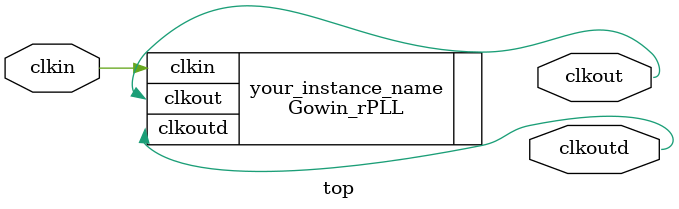
<source format=v>
module top (
output clkout,
output clkoutd,
input clkin
);

    Gowin_rPLL your_instance_name(
        .clkout(clkout), //output clkout
        .clkoutd(clkoutd), //output clkoutd
        .clkin(clkin) //input clkin
    );

endmodule
</source>
